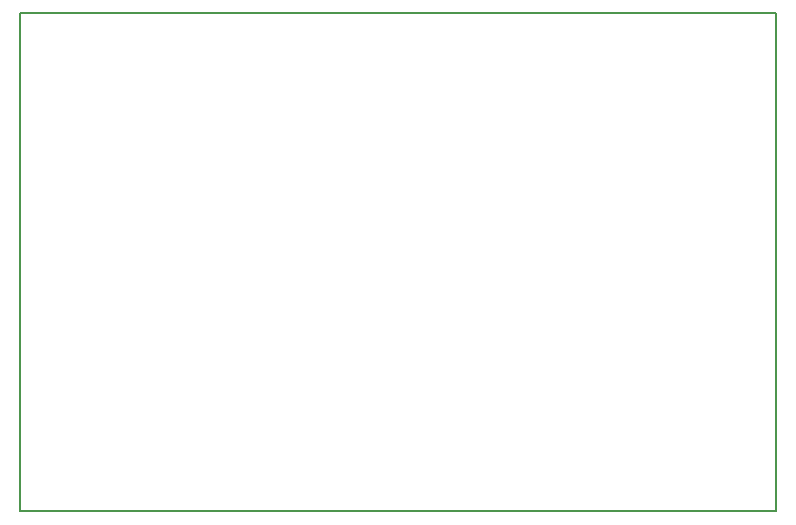
<source format=gbr>
%TF.GenerationSoftware,KiCad,Pcbnew,8.0.0*%
%TF.CreationDate,2024-03-08T02:50:51-08:00*%
%TF.ProjectId,blackpill,626c6163-6b70-4696-9c6c-2e6b69636164,rev?*%
%TF.SameCoordinates,Original*%
%TF.FileFunction,Profile,NP*%
%FSLAX46Y46*%
G04 Gerber Fmt 4.6, Leading zero omitted, Abs format (unit mm)*
G04 Created by KiCad (PCBNEW 8.0.0) date 2024-03-08 02:50:51*
%MOMM*%
%LPD*%
G01*
G04 APERTURE LIST*
%TA.AperFunction,Profile*%
%ADD10C,0.200000*%
%TD*%
G04 APERTURE END LIST*
D10*
X54864000Y-71120000D02*
X118872000Y-71120000D01*
X118872000Y-113284000D01*
X54864000Y-113284000D01*
X54864000Y-71120000D01*
M02*

</source>
